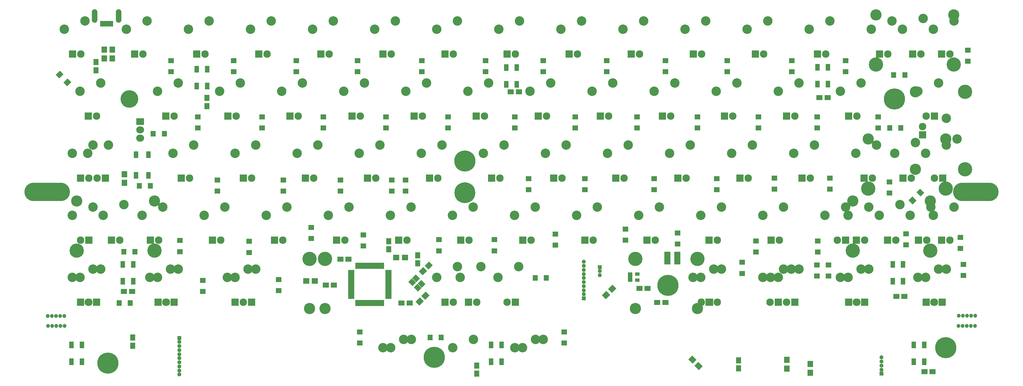
<source format=gbs>
G04 #@! TF.FileFunction,Soldermask,Bot*
%FSLAX46Y46*%
G04 Gerber Fmt 4.6, Leading zero omitted, Abs format (unit mm)*
G04 Created by KiCad (PCBNEW 4.0.5+dfsg1-4) date Thu Jun 29 09:06:05 2017*
%MOMM*%
%LPD*%
G01*
G04 APERTURE LIST*
%ADD10C,0.100000*%
%ADD11C,2.900000*%
%ADD12C,1.200000*%
%ADD13C,3.448000*%
%ADD14C,4.380200*%
%ADD15R,1.650000X1.900000*%
%ADD16R,1.900000X1.650000*%
%ADD17R,1.600000X1.800000*%
%ADD18R,1.800000X1.600000*%
%ADD19R,0.900000X1.800000*%
%ADD20O,1.700000X4.200000*%
%ADD21R,1.900000X1.700000*%
%ADD22R,1.700000X1.900000*%
%ADD23R,1.400000X2.100000*%
%ADD24R,0.950000X1.900000*%
%ADD25R,1.900000X0.950000*%
%ADD26R,1.900000X4.000000*%
%ADD27R,1.460000X1.050000*%
%ADD28O,14.000000X5.600000*%
%ADD29C,5.400000*%
%ADD30C,6.500000*%
%ADD31C,6.400000*%
%ADD32R,1.400000X2.051000*%
%ADD33R,2.300000X2.300000*%
%ADD34C,2.300000*%
%ADD35R,1.250000X1.250000*%
%ADD36C,1.250000*%
%ADD37R,2.432000X2.127200*%
%ADD38O,2.432000X2.127200*%
G04 APERTURE END LIST*
D10*
D11*
X134429220Y-126174290D03*
X140779220Y-123634290D03*
D12*
X311201720Y-119548040D03*
X309931720Y-119548040D03*
X308661720Y-119548040D03*
X312471720Y-119548040D03*
X313741720Y-119548040D03*
D13*
X114300000Y-114141250D03*
D14*
X114300000Y-98901250D03*
D13*
X228600000Y-114141250D03*
D14*
X228600000Y-98901250D03*
D13*
X209550000Y-114141250D03*
D14*
X209550000Y-98901250D03*
D13*
X109537500Y-114141250D03*
D14*
X109537500Y-98901250D03*
D13*
X300037500Y-81121250D03*
D14*
X300037500Y-96361250D03*
D13*
X276225000Y-81121250D03*
D14*
X276225000Y-96361250D03*
D13*
X295433750Y-47626250D03*
D14*
X310673750Y-47626250D03*
D13*
X295433750Y-71437500D03*
D14*
X310673750Y-71437500D03*
D13*
X280987500Y-62071250D03*
D14*
X280987500Y-77311250D03*
D13*
X304800000Y-62071250D03*
D14*
X304800000Y-77311250D03*
D13*
X307181250Y-23971250D03*
D14*
X307181250Y-39211250D03*
D13*
X283368750Y-23971250D03*
D14*
X283368750Y-39211250D03*
D13*
X61912500Y-81121250D03*
D14*
X61912500Y-96361250D03*
D10*
G36*
X144239449Y-103952038D02*
X143072722Y-102785311D01*
X144416225Y-101441808D01*
X145582952Y-102608535D01*
X144239449Y-103952038D01*
X144239449Y-103952038D01*
G37*
G36*
X146007215Y-102184272D02*
X144840488Y-101017545D01*
X146183991Y-99674042D01*
X147350718Y-100840769D01*
X146007215Y-102184272D01*
X146007215Y-102184272D01*
G37*
G36*
X145183991Y-108924042D02*
X146350718Y-110090769D01*
X145007215Y-111434272D01*
X143840488Y-110267545D01*
X145183991Y-108924042D01*
X145183991Y-108924042D01*
G37*
G36*
X143416225Y-110691808D02*
X144582952Y-111858535D01*
X143239449Y-113202038D01*
X142072722Y-112035311D01*
X143416225Y-110691808D01*
X143416225Y-110691808D01*
G37*
D15*
X133787500Y-96007500D03*
X133787500Y-93507500D03*
D16*
X117000000Y-107000000D03*
X114500000Y-107000000D03*
X121500000Y-99000000D03*
X119000000Y-99000000D03*
X137750000Y-112500000D03*
X140250000Y-112500000D03*
D15*
X142711720Y-97813040D03*
X142711720Y-100313040D03*
X44000000Y-41000000D03*
X44000000Y-38500000D03*
X241211720Y-130063040D03*
X241211720Y-132563040D03*
D10*
G36*
X34000000Y-42227207D02*
X32727207Y-43500000D01*
X31595836Y-42368629D01*
X32868629Y-41095836D01*
X34000000Y-42227207D01*
X34000000Y-42227207D01*
G37*
G36*
X36404164Y-44631371D02*
X35131371Y-45904164D01*
X34000000Y-44772793D01*
X35272793Y-43500000D01*
X36404164Y-44631371D01*
X36404164Y-44631371D01*
G37*
D17*
X61550000Y-60500000D03*
X64950000Y-60500000D03*
X57300000Y-76500000D03*
X60700000Y-76500000D03*
X52550000Y-96750000D03*
X55950000Y-96750000D03*
X51121720Y-112443040D03*
X54521720Y-112443040D03*
D18*
X67000000Y-38050000D03*
X67000000Y-41450000D03*
X75250000Y-55300000D03*
X75250000Y-58700000D03*
X81228750Y-74706250D03*
X81228750Y-78106250D03*
X69750000Y-93300000D03*
X69750000Y-96700000D03*
X76750000Y-105550000D03*
X76750000Y-108950000D03*
X86250000Y-38050000D03*
X86250000Y-41450000D03*
X95000000Y-55300000D03*
X95000000Y-58700000D03*
X101478750Y-74706250D03*
X101478750Y-78106250D03*
X91000000Y-93550000D03*
X91000000Y-96950000D03*
X100037500Y-105307500D03*
X100037500Y-108707500D03*
X105500000Y-38050000D03*
X105500000Y-41450000D03*
X113750000Y-55300000D03*
X113750000Y-58700000D03*
X118978750Y-74706250D03*
X118978750Y-78106250D03*
X110000000Y-89300000D03*
X110000000Y-92700000D03*
X124250000Y-38050000D03*
X124250000Y-41450000D03*
X133000000Y-55300000D03*
X133000000Y-58700000D03*
X134728750Y-74706250D03*
X134728750Y-78106250D03*
X126000000Y-91550000D03*
X126000000Y-94950000D03*
X144000000Y-38050000D03*
X144000000Y-41450000D03*
X152000000Y-55300000D03*
X152000000Y-58700000D03*
X138978750Y-74706250D03*
X138978750Y-78106250D03*
X149250000Y-93050000D03*
X149250000Y-96450000D03*
X163500000Y-38050000D03*
X163500000Y-41450000D03*
X172537500Y-55307500D03*
X172537500Y-58707500D03*
X176750000Y-74300000D03*
X176750000Y-77700000D03*
X166250000Y-93050000D03*
X166250000Y-96450000D03*
D17*
X178800000Y-104750000D03*
X182200000Y-104750000D03*
D18*
X181250000Y-38050000D03*
X181250000Y-41450000D03*
X191037500Y-55307500D03*
X191037500Y-58707500D03*
X194000000Y-74300000D03*
X194000000Y-77700000D03*
X185000000Y-91300000D03*
X185000000Y-94700000D03*
X200750000Y-38050000D03*
X200750000Y-41450000D03*
X210037500Y-55307500D03*
X210037500Y-58707500D03*
X215250000Y-74300000D03*
X215250000Y-77700000D03*
X206500000Y-89800000D03*
X206500000Y-93200000D03*
X218750000Y-38050000D03*
X218750000Y-41450000D03*
X228537500Y-55307500D03*
X228537500Y-58707500D03*
X234500000Y-74300000D03*
X234500000Y-77700000D03*
X222478750Y-90956250D03*
X222478750Y-94356250D03*
X311500000Y-34800000D03*
X311500000Y-38200000D03*
X237750000Y-38050000D03*
X237750000Y-41450000D03*
X247287500Y-55307500D03*
X247287500Y-58707500D03*
X252211720Y-74113040D03*
X252211720Y-77513040D03*
X246478750Y-93456250D03*
X246478750Y-96856250D03*
X242321720Y-103393040D03*
X242321720Y-99993040D03*
X257500000Y-38050000D03*
X257500000Y-41450000D03*
X265287500Y-55307500D03*
X265287500Y-58707500D03*
X269211720Y-74113040D03*
X269211720Y-77513040D03*
X265478750Y-93456250D03*
X265478750Y-96856250D03*
X265250000Y-104200000D03*
X265250000Y-100800000D03*
X274000000Y-38050000D03*
X274000000Y-41450000D03*
X284000000Y-55300000D03*
X284000000Y-58700000D03*
X287500000Y-75300000D03*
X287500000Y-78700000D03*
X292571720Y-91243040D03*
X292571720Y-94643040D03*
X268750000Y-104200000D03*
X268750000Y-100800000D03*
D17*
X292200000Y-42500000D03*
X288800000Y-42500000D03*
X290950000Y-58750000D03*
X287550000Y-58750000D03*
D10*
G36*
X297022793Y-79750000D02*
X295750000Y-78477207D01*
X296881371Y-77345836D01*
X298154164Y-78618629D01*
X297022793Y-79750000D01*
X297022793Y-79750000D01*
G37*
G36*
X294618629Y-82154164D02*
X293345836Y-80881371D01*
X294477207Y-79750000D01*
X295750000Y-81022793D01*
X294618629Y-82154164D01*
X294618629Y-82154164D01*
G37*
D18*
X309250000Y-92300000D03*
X309250000Y-95700000D03*
X310211720Y-100613040D03*
X310211720Y-104013040D03*
D19*
X45650000Y-26750000D03*
X46450000Y-26750000D03*
X47250000Y-26750000D03*
X48050000Y-26750000D03*
X48850000Y-26750000D03*
D20*
X43600000Y-24350000D03*
X50900000Y-24350000D03*
D21*
X138850000Y-98500000D03*
X136150000Y-98500000D03*
X108471720Y-105693040D03*
X111171720Y-105693040D03*
D22*
X46500000Y-37350000D03*
X46500000Y-34650000D03*
X49000000Y-34650000D03*
X49000000Y-37350000D03*
X52750000Y-75600000D03*
X52750000Y-72900000D03*
D10*
G36*
X230189106Y-131838345D02*
X228987025Y-133040426D01*
X227643522Y-131696923D01*
X228845603Y-130494842D01*
X230189106Y-131838345D01*
X230189106Y-131838345D01*
G37*
G36*
X228279918Y-129929157D02*
X227077837Y-131131238D01*
X225734334Y-129787735D01*
X226936415Y-128585654D01*
X228279918Y-129929157D01*
X228279918Y-129929157D01*
G37*
D22*
X263211720Y-133913040D03*
X263211720Y-131213040D03*
X255961720Y-129963040D03*
X255961720Y-132663040D03*
D23*
X56250000Y-66950000D03*
X56250000Y-73250000D03*
X60050000Y-66950000D03*
X60050000Y-73250000D03*
D24*
X124000000Y-101050000D03*
X124800000Y-101050000D03*
X125600000Y-101050000D03*
X126400000Y-101050000D03*
X127200000Y-101050000D03*
X128000000Y-101050000D03*
X128800000Y-101050000D03*
X129600000Y-101050000D03*
X130400000Y-101050000D03*
X131200000Y-101050000D03*
X132000000Y-101050000D03*
D25*
X133700000Y-102750000D03*
X133700000Y-103550000D03*
X133700000Y-104350000D03*
X133700000Y-105150000D03*
X133700000Y-105950000D03*
X133700000Y-106750000D03*
X133700000Y-107550000D03*
X133700000Y-108350000D03*
X133700000Y-109150000D03*
X133700000Y-109950000D03*
X133700000Y-110750000D03*
D24*
X132000000Y-112450000D03*
X131200000Y-112450000D03*
X130400000Y-112450000D03*
X129600000Y-112450000D03*
X128800000Y-112450000D03*
X128000000Y-112450000D03*
X127200000Y-112450000D03*
X126400000Y-112450000D03*
X125600000Y-112450000D03*
X124800000Y-112450000D03*
X124000000Y-112450000D03*
D25*
X122300000Y-110750000D03*
X122300000Y-109950000D03*
X122300000Y-109150000D03*
X122300000Y-108350000D03*
X122300000Y-107550000D03*
X122300000Y-106750000D03*
X122300000Y-105950000D03*
X122300000Y-105150000D03*
X122300000Y-104350000D03*
X122300000Y-103550000D03*
X122300000Y-102750000D03*
D10*
G36*
X139810069Y-105994842D02*
X140941440Y-104863471D01*
X142214233Y-106136264D01*
X141082862Y-107267635D01*
X139810069Y-105994842D01*
X139810069Y-105994842D01*
G37*
G36*
X141507125Y-107691898D02*
X142638496Y-106560527D01*
X143911289Y-107833320D01*
X142779918Y-108964691D01*
X141507125Y-107691898D01*
X141507125Y-107691898D01*
G37*
G36*
X141012151Y-104792760D02*
X142143522Y-103661389D01*
X143416315Y-104934182D01*
X142284944Y-106065553D01*
X141012151Y-104792760D01*
X141012151Y-104792760D01*
G37*
G36*
X142709207Y-106489816D02*
X143840578Y-105358445D01*
X145113371Y-106631238D01*
X143982000Y-107762609D01*
X142709207Y-106489816D01*
X142709207Y-106489816D01*
G37*
D13*
X38100000Y-81121250D03*
D14*
X38100000Y-96361250D03*
D16*
X216211720Y-112313040D03*
X218711720Y-112313040D03*
X210750000Y-108000000D03*
X213250000Y-108000000D03*
D26*
X219296720Y-98693040D03*
X222346720Y-98693040D03*
D10*
G36*
X200436415Y-111290426D02*
X199234334Y-110088345D01*
X200577837Y-108744842D01*
X201779918Y-109946923D01*
X200436415Y-111290426D01*
X200436415Y-111290426D01*
G37*
G36*
X202345603Y-109381238D02*
X201143522Y-108179157D01*
X202487025Y-106835654D01*
X203689106Y-108037735D01*
X202345603Y-109381238D01*
X202345603Y-109381238D01*
G37*
D27*
X207900000Y-105450000D03*
X207900000Y-104500000D03*
X207900000Y-103550000D03*
X210100000Y-103550000D03*
X210100000Y-105450000D03*
D11*
X34290000Y-28416250D03*
X40640000Y-25876250D03*
X39052500Y-47466250D03*
X45402500Y-44926250D03*
X36671250Y-85566250D03*
X43021250Y-83026250D03*
X36671250Y-104616250D03*
X43021250Y-102076250D03*
X39052500Y-104616250D03*
X45402500Y-102076250D03*
X53340000Y-28416250D03*
X59690000Y-25876250D03*
X62865000Y-47466250D03*
X69215000Y-44926250D03*
X67627500Y-66516250D03*
X73977500Y-63976250D03*
X58102500Y-85566250D03*
X64452500Y-83026250D03*
X60483750Y-104616250D03*
X66833750Y-102076250D03*
X62865000Y-104616250D03*
X69215000Y-102076250D03*
X72390000Y-28416250D03*
X78740000Y-25876250D03*
X81915000Y-47466250D03*
X88265000Y-44926250D03*
X86677500Y-66516250D03*
X93027500Y-63976250D03*
X77152500Y-85566250D03*
X83502500Y-83026250D03*
X84296250Y-104616250D03*
X90646250Y-102076250D03*
X86677500Y-104616250D03*
X93027500Y-102076250D03*
X91440000Y-28416250D03*
X97790000Y-25876250D03*
X100965000Y-47466250D03*
X107315000Y-44926250D03*
X105727500Y-66516250D03*
X112077500Y-63976250D03*
X96202500Y-85566250D03*
X102552500Y-83026250D03*
X110490000Y-28416250D03*
X116840000Y-25876250D03*
X120015000Y-47466250D03*
X126365000Y-44926250D03*
X124777500Y-66516250D03*
X131127500Y-63976250D03*
X115252500Y-85566250D03*
X121602500Y-83026250D03*
X129540000Y-28416250D03*
X135890000Y-25876250D03*
X139065000Y-47466250D03*
X145415000Y-44926250D03*
X143827500Y-66516250D03*
X150177500Y-63976250D03*
X134302500Y-85566250D03*
X140652500Y-83026250D03*
X148590000Y-28416250D03*
X154940000Y-25876250D03*
X158115000Y-47466250D03*
X164465000Y-44926250D03*
X162877500Y-66516250D03*
X169227500Y-63976250D03*
X153352500Y-85566250D03*
X159702500Y-83026250D03*
X167640000Y-28416250D03*
X173990000Y-25876250D03*
X177165000Y-47466250D03*
X183515000Y-44926250D03*
X181927500Y-66516250D03*
X188277500Y-63976250D03*
X172402500Y-85566250D03*
X178752500Y-83026250D03*
X186690000Y-28416250D03*
X193040000Y-25876250D03*
X196215000Y-47466250D03*
X202565000Y-44926250D03*
X200977500Y-66516250D03*
X207327500Y-63976250D03*
X191452500Y-85566250D03*
X197802500Y-83026250D03*
X205740000Y-28416250D03*
X212090000Y-25876250D03*
X215265000Y-47466250D03*
X221615000Y-44926250D03*
X220027500Y-66516250D03*
X226377500Y-63976250D03*
X210502500Y-85566250D03*
X216852500Y-83026250D03*
X300990000Y-28416250D03*
X307340000Y-25876250D03*
X224790000Y-28416250D03*
X231140000Y-25876250D03*
X234315000Y-47466250D03*
X240665000Y-44926250D03*
X239077500Y-66516250D03*
X245427500Y-63976250D03*
X229552500Y-85566250D03*
X235902500Y-83026250D03*
X227171250Y-104616250D03*
X233521250Y-102076250D03*
X229552500Y-104616250D03*
X235902500Y-102076250D03*
X243840000Y-28416250D03*
X250190000Y-25876250D03*
X253365000Y-47466250D03*
X259715000Y-44926250D03*
X258127500Y-66516250D03*
X264477500Y-63976250D03*
X248602500Y-85566250D03*
X254952500Y-83026250D03*
X253357500Y-104617500D03*
X259707500Y-102077500D03*
X250983750Y-104616250D03*
X257333750Y-102076250D03*
X248602500Y-104616250D03*
X254952500Y-102076250D03*
X262890000Y-28416250D03*
X269240000Y-25876250D03*
X272415000Y-47466250D03*
X278765000Y-44926250D03*
X277177500Y-66516250D03*
X283527500Y-63976250D03*
X272415000Y-104616250D03*
X278765000Y-102076250D03*
X274796250Y-104616250D03*
X281146250Y-102076250D03*
X281940000Y-28416250D03*
X288290000Y-25876250D03*
X296227500Y-47466250D03*
X302577500Y-44926250D03*
X300990000Y-85566250D03*
X307340000Y-83026250D03*
X41433750Y-66516250D03*
X47783750Y-63976250D03*
X36671250Y-66516250D03*
X43021250Y-63976250D03*
X46196250Y-85566250D03*
X52546250Y-82296250D03*
X167315000Y-104617500D03*
X173665000Y-101347500D03*
X155733750Y-104616250D03*
X162083750Y-101346250D03*
X148590000Y-104616250D03*
X154940000Y-101346250D03*
X284321250Y-85566250D03*
X290671250Y-82296250D03*
X291465000Y-28416250D03*
X297815000Y-25146250D03*
X289083750Y-66516250D03*
X295433750Y-63246250D03*
X304958750Y-55721250D03*
X308228750Y-62071250D03*
X274796250Y-85566250D03*
X281146250Y-83026250D03*
X298608750Y-66517500D03*
X304958750Y-63977500D03*
X293846250Y-85567500D03*
X300196250Y-83027500D03*
X267652500Y-85567500D03*
X274002500Y-83027500D03*
D28*
X29002500Y-78347500D03*
D29*
X54202500Y-49797500D03*
D30*
X157202500Y-68897500D03*
X219502500Y-107097500D03*
X289052500Y-49797500D03*
D28*
X314002500Y-78397500D03*
D31*
X157152500Y-78572500D03*
D16*
X52571720Y-108943040D03*
X55071720Y-108943040D03*
D15*
X78000000Y-49500000D03*
X78000000Y-52000000D03*
D16*
X171252500Y-47647500D03*
X173752500Y-47647500D03*
X266002500Y-49397500D03*
X268502500Y-49397500D03*
D32*
X52221720Y-100616040D03*
X52221720Y-105770040D03*
X55421720Y-105770040D03*
X55421720Y-100616040D03*
X78100000Y-45827000D03*
X78100000Y-40673000D03*
X74900000Y-40673000D03*
X74900000Y-45827000D03*
X169900000Y-40173000D03*
X169900000Y-45327000D03*
X173100000Y-45327000D03*
X173100000Y-40173000D03*
X265402500Y-40070500D03*
X265402500Y-45224500D03*
X268602500Y-45224500D03*
X268602500Y-40070500D03*
X291671720Y-105770040D03*
X291671720Y-100616040D03*
X288471720Y-100616040D03*
X288471720Y-105770040D03*
D16*
X289571720Y-110443040D03*
X292071720Y-110443040D03*
D33*
X286858750Y-93186250D03*
D34*
X289398750Y-93186250D03*
D33*
X253357500Y-112237500D03*
D34*
X250817500Y-112237500D03*
D33*
X253357500Y-112237500D03*
D34*
X255897500Y-112237500D03*
D33*
X232248750Y-112236250D03*
D34*
X229708750Y-112236250D03*
D33*
X232088750Y-112236250D03*
D34*
X234628750Y-112236250D03*
D33*
X258437500Y-112237500D03*
D34*
X255897500Y-112237500D03*
D33*
X291621250Y-74136250D03*
D34*
X294161250Y-74136250D03*
D33*
X246380000Y-36036250D03*
D34*
X248920000Y-36036250D03*
D33*
X297656250Y-60801250D03*
D34*
X297656250Y-58261250D03*
D33*
X301307500Y-55087500D03*
D34*
X298767500Y-55087500D03*
D33*
X274955000Y-55086250D03*
D34*
X277495000Y-55086250D03*
D33*
X255905000Y-55086250D03*
D34*
X258445000Y-55086250D03*
D33*
X236855000Y-55086250D03*
D34*
X239395000Y-55086250D03*
D33*
X217805000Y-55086250D03*
D34*
X220345000Y-55086250D03*
D33*
X303530000Y-36036250D03*
D34*
X306070000Y-36036250D03*
D33*
X93980000Y-36036250D03*
D34*
X96520000Y-36036250D03*
D33*
X55880000Y-36036250D03*
D34*
X58420000Y-36036250D03*
D33*
X294640000Y-36036250D03*
D34*
X297180000Y-36036250D03*
D33*
X284480000Y-36036250D03*
D34*
X287020000Y-36036250D03*
D33*
X265430000Y-36036250D03*
D34*
X267970000Y-36036250D03*
D33*
X132080000Y-36036250D03*
D34*
X134620000Y-36036250D03*
D33*
X227330000Y-36036250D03*
D34*
X229870000Y-36036250D03*
D33*
X198755000Y-55086250D03*
D34*
X201295000Y-55086250D03*
D33*
X208280000Y-36036250D03*
D34*
X210820000Y-36036250D03*
D33*
X189230000Y-36036250D03*
D34*
X191770000Y-36036250D03*
D33*
X179705000Y-55086250D03*
D34*
X182245000Y-55086250D03*
D33*
X170180000Y-36036250D03*
D34*
X172720000Y-36036250D03*
D33*
X151130000Y-36036250D03*
D34*
X153670000Y-36036250D03*
D33*
X113030000Y-36036250D03*
D34*
X115570000Y-36036250D03*
D33*
X74930000Y-36036250D03*
D34*
X77470000Y-36036250D03*
D33*
X36830000Y-36036250D03*
D34*
X39370000Y-36036250D03*
D33*
X41748750Y-93186250D03*
D34*
X39208750Y-93186250D03*
D33*
X160655000Y-55086250D03*
D34*
X163195000Y-55086250D03*
D33*
X141605000Y-55086250D03*
D34*
X144145000Y-55086250D03*
D33*
X122555000Y-55086250D03*
D34*
X125095000Y-55086250D03*
D33*
X103505000Y-55086250D03*
D34*
X106045000Y-55086250D03*
D33*
X84455000Y-55086250D03*
D34*
X86995000Y-55086250D03*
D33*
X65405000Y-55086250D03*
D34*
X67945000Y-55086250D03*
D33*
X41595000Y-55086250D03*
D34*
X44135000Y-55086250D03*
D33*
X39208750Y-74136250D03*
D34*
X41748750Y-74136250D03*
D33*
X46828750Y-74136250D03*
D34*
X44288750Y-74136250D03*
D33*
X70165000Y-74136250D03*
D34*
X72705000Y-74136250D03*
D33*
X39208750Y-112236250D03*
D34*
X41748750Y-112236250D03*
D33*
X146365000Y-74136250D03*
D34*
X148905000Y-74136250D03*
D33*
X44138750Y-112236250D03*
D34*
X41598750Y-112236250D03*
D33*
X260665000Y-74136250D03*
D34*
X263205000Y-74136250D03*
D33*
X63028750Y-112236250D03*
D34*
X65568750Y-112236250D03*
D33*
X67948750Y-112236250D03*
D34*
X65408750Y-112236250D03*
D33*
X48738750Y-93186250D03*
D34*
X51278750Y-93186250D03*
D33*
X222565000Y-74136250D03*
D34*
X225105000Y-74136250D03*
D33*
X165415000Y-74136250D03*
D34*
X167955000Y-74136250D03*
D33*
X151128750Y-112236250D03*
D34*
X153668750Y-112236250D03*
D33*
X158268750Y-112236250D03*
D34*
X160808750Y-112236250D03*
D33*
X172718750Y-112236250D03*
D34*
X170178750Y-112236250D03*
D33*
X155888750Y-93186250D03*
D34*
X158428750Y-93186250D03*
D33*
X60638750Y-93186250D03*
D34*
X63178750Y-93186250D03*
D33*
X79688750Y-93186250D03*
D34*
X82228750Y-93186250D03*
D33*
X213038750Y-93186250D03*
D34*
X215578750Y-93186250D03*
D33*
X89215000Y-74136250D03*
D34*
X91755000Y-74136250D03*
D33*
X279878750Y-112246250D03*
D34*
X277338750Y-112246250D03*
D33*
X193988750Y-93186250D03*
D34*
X196528750Y-93186250D03*
D33*
X303688750Y-112246250D03*
D34*
X301148750Y-112246250D03*
D33*
X91758750Y-112236250D03*
D34*
X89218750Y-112236250D03*
D33*
X86678750Y-112236250D03*
D34*
X89218750Y-112236250D03*
D33*
X98738750Y-93186250D03*
D34*
X101278750Y-93186250D03*
D33*
X108265000Y-74136250D03*
D34*
X110805000Y-74136250D03*
D33*
X117788750Y-93186250D03*
D34*
X120328750Y-93186250D03*
D33*
X136838750Y-93186250D03*
D34*
X139378750Y-93186250D03*
D33*
X127315000Y-74136250D03*
D34*
X129855000Y-74136250D03*
D33*
X279715000Y-74136250D03*
D34*
X282255000Y-74136250D03*
D33*
X241615000Y-74136250D03*
D34*
X244155000Y-74136250D03*
D33*
X203515000Y-74136250D03*
D34*
X206055000Y-74136250D03*
D33*
X184465000Y-74136250D03*
D34*
X187005000Y-74136250D03*
D33*
X174938750Y-93186250D03*
D34*
X177478750Y-93186250D03*
D33*
X232088750Y-93186250D03*
D34*
X234628750Y-93186250D03*
D33*
X274948750Y-112236250D03*
D34*
X277488750Y-112236250D03*
D33*
X298768750Y-112236250D03*
D34*
X301308750Y-112236250D03*
D33*
X303528750Y-93186250D03*
D34*
X306068750Y-93186250D03*
D33*
X277338750Y-93186250D03*
D34*
X279878750Y-93186250D03*
D33*
X251138750Y-93186250D03*
D34*
X253678750Y-93186250D03*
D33*
X303847500Y-74137500D03*
D34*
X301307500Y-74137500D03*
D33*
X296386250Y-93187500D03*
D34*
X298926250Y-93187500D03*
D33*
X274002500Y-93187500D03*
D34*
X271462500Y-93187500D03*
D18*
X124961720Y-124763040D03*
X124961720Y-121363040D03*
D17*
X149911720Y-123063040D03*
X146511720Y-123063040D03*
D18*
X187701720Y-124758040D03*
X187701720Y-121358040D03*
D11*
X132047970Y-126174290D03*
X138397970Y-123634290D03*
X153479220Y-126174290D03*
X159829220Y-123634290D03*
X172529220Y-126174290D03*
X178879220Y-123634290D03*
X174910470Y-126174290D03*
X181260470Y-123634290D03*
D12*
X311276720Y-116398040D03*
X310006720Y-116398040D03*
X308736720Y-116398040D03*
X312546720Y-116398040D03*
X313816720Y-116398040D03*
X31776720Y-119548040D03*
X30506720Y-119548040D03*
X29236720Y-119548040D03*
X33046720Y-119548040D03*
X34316720Y-119548040D03*
X31751720Y-116423040D03*
X30481720Y-116423040D03*
X29211720Y-116423040D03*
X33021720Y-116423040D03*
X34291720Y-116423040D03*
D11*
X298605470Y-104628040D03*
X304955470Y-102088040D03*
X296224220Y-104628040D03*
X302574220Y-102088040D03*
D30*
X47621720Y-130980540D03*
X147821720Y-129193040D03*
X304796720Y-126218040D03*
D16*
X298211720Y-133563040D03*
X300711720Y-133563040D03*
D15*
X160821720Y-131693040D03*
X160821720Y-134193040D03*
X55211720Y-123063040D03*
X55211720Y-125563040D03*
D32*
X298171720Y-130520040D03*
X298171720Y-125366040D03*
X294971720Y-125366040D03*
X294971720Y-130520040D03*
X165221720Y-125366040D03*
X165221720Y-130520040D03*
X168421720Y-130520040D03*
X168421720Y-125366040D03*
X39671720Y-130520040D03*
X39671720Y-125366040D03*
X36471720Y-125366040D03*
X36471720Y-130520040D03*
D35*
X193711720Y-111063040D03*
D36*
X193711720Y-109813040D03*
X193711720Y-108563040D03*
X193711720Y-107313040D03*
X193711720Y-106063040D03*
X193711720Y-104813040D03*
X193711720Y-103563040D03*
X193711720Y-102313040D03*
X193711720Y-101063040D03*
X193711720Y-99813040D03*
D35*
X69571720Y-123193040D03*
D36*
X69571720Y-124443040D03*
X69571720Y-125693040D03*
X69571720Y-126943040D03*
X69571720Y-128193040D03*
X69571720Y-129443040D03*
X69571720Y-130693040D03*
X69571720Y-131943040D03*
X69571720Y-133193040D03*
X69571720Y-134443040D03*
D35*
X285071720Y-134193040D03*
D36*
X285071720Y-132943040D03*
X285071720Y-131693040D03*
X285071720Y-130443040D03*
X285071720Y-129193040D03*
D35*
X198571720Y-101443040D03*
D36*
X198571720Y-102693040D03*
X198571720Y-103943040D03*
D37*
X57500000Y-56750000D03*
D38*
X57500000Y-59290000D03*
X57500000Y-61830000D03*
M02*

</source>
